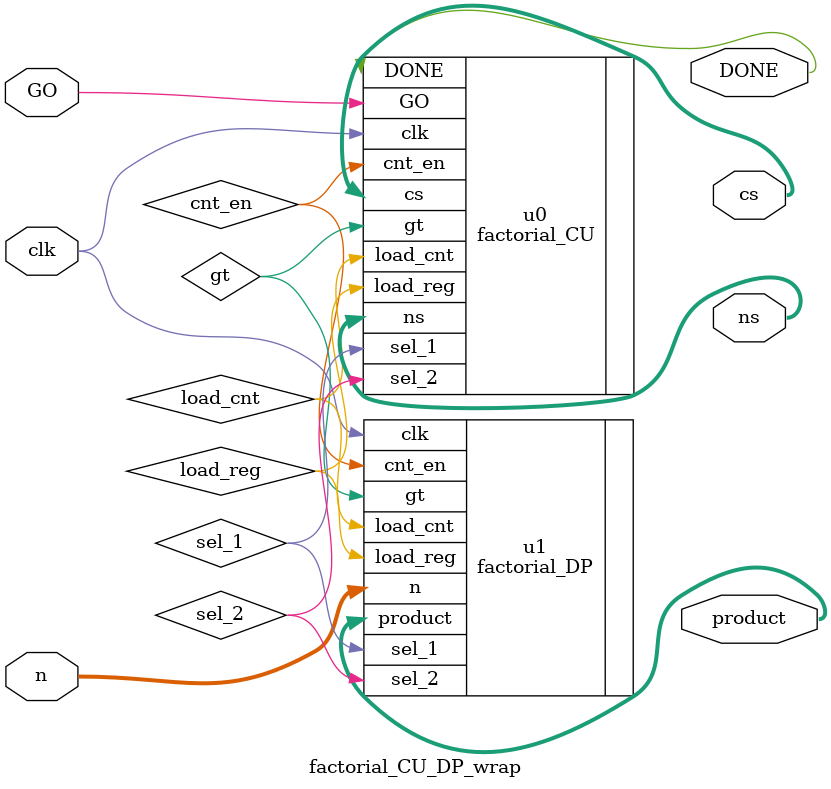
<source format=v>
`timescale 1ns / 1ps

module factorial_CU_DP_wrap(
    input GO, clk, 
    input [31:0] n,
    output DONE,
    output [2:0] cs, ns,
    output [31:0] product
    );
    
    wire load_cnt, load_reg, sel_1, sel_2, cnt_en, gt;

factorial_CU u0(
    .GO(GO), .clk(clk), .gt(gt),
    .load_cnt(load_cnt), .load_reg(load_reg), .sel_1(sel_1), 
    .sel_2(sel_2), .cnt_en(cnt_en), .DONE(DONE),
    .cs(cs), .ns(ns)
    );

factorial_DP u1(
    .n(n),
    .clk(clk), .load_cnt(load_cnt), .load_reg(load_reg), 
    .sel_1(sel_1), .sel_2(sel_2), .cnt_en(cnt_en),
    .gt(gt), .product(product)
    );
    
endmodule

</source>
